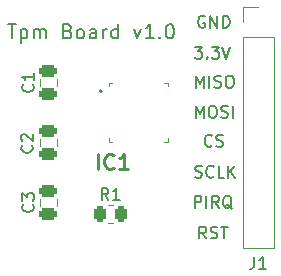
<source format=gto>
%TF.GenerationSoftware,KiCad,Pcbnew,(6.0.7)*%
%TF.CreationDate,2022-08-20T19:22:04-07:00*%
%TF.ProjectId,tpm_board,74706d5f-626f-4617-9264-2e6b69636164,rev?*%
%TF.SameCoordinates,Original*%
%TF.FileFunction,Legend,Top*%
%TF.FilePolarity,Positive*%
%FSLAX46Y46*%
G04 Gerber Fmt 4.6, Leading zero omitted, Abs format (unit mm)*
G04 Created by KiCad (PCBNEW (6.0.7)) date 2022-08-20 19:22:04*
%MOMM*%
%LPD*%
G01*
G04 APERTURE LIST*
G04 Aperture macros list*
%AMRoundRect*
0 Rectangle with rounded corners*
0 $1 Rounding radius*
0 $2 $3 $4 $5 $6 $7 $8 $9 X,Y pos of 4 corners*
0 Add a 4 corners polygon primitive as box body*
4,1,4,$2,$3,$4,$5,$6,$7,$8,$9,$2,$3,0*
0 Add four circle primitives for the rounded corners*
1,1,$1+$1,$2,$3*
1,1,$1+$1,$4,$5*
1,1,$1+$1,$6,$7*
1,1,$1+$1,$8,$9*
0 Add four rect primitives between the rounded corners*
20,1,$1+$1,$2,$3,$4,$5,0*
20,1,$1+$1,$4,$5,$6,$7,0*
20,1,$1+$1,$6,$7,$8,$9,0*
20,1,$1+$1,$8,$9,$2,$3,0*%
G04 Aperture macros list end*
%ADD10C,0.200000*%
%ADD11C,0.150000*%
%ADD12C,0.254000*%
%ADD13C,0.120000*%
%ADD14C,0.100000*%
%ADD15RoundRect,0.250000X-0.262500X-0.450000X0.262500X-0.450000X0.262500X0.450000X-0.262500X0.450000X0*%
%ADD16RoundRect,0.250000X-0.475000X0.250000X-0.475000X-0.250000X0.475000X-0.250000X0.475000X0.250000X0*%
%ADD17RoundRect,0.250000X0.475000X-0.250000X0.475000X0.250000X-0.475000X0.250000X-0.475000X-0.250000X0*%
%ADD18R,1.700000X1.700000*%
%ADD19O,1.700000X1.700000*%
%ADD20R,0.700000X0.250000*%
%ADD21R,0.250000X0.700000*%
%ADD22R,3.600000X3.600000*%
G04 APERTURE END LIST*
D10*
X56489285Y-62667857D02*
X57175000Y-62667857D01*
X56832142Y-63867857D02*
X56832142Y-62667857D01*
X57575000Y-63067857D02*
X57575000Y-64267857D01*
X57575000Y-63125000D02*
X57689285Y-63067857D01*
X57917857Y-63067857D01*
X58032142Y-63125000D01*
X58089285Y-63182142D01*
X58146428Y-63296428D01*
X58146428Y-63639285D01*
X58089285Y-63753571D01*
X58032142Y-63810714D01*
X57917857Y-63867857D01*
X57689285Y-63867857D01*
X57575000Y-63810714D01*
X58660714Y-63867857D02*
X58660714Y-63067857D01*
X58660714Y-63182142D02*
X58717857Y-63125000D01*
X58832142Y-63067857D01*
X59003571Y-63067857D01*
X59117857Y-63125000D01*
X59175000Y-63239285D01*
X59175000Y-63867857D01*
X59175000Y-63239285D02*
X59232142Y-63125000D01*
X59346428Y-63067857D01*
X59517857Y-63067857D01*
X59632142Y-63125000D01*
X59689285Y-63239285D01*
X59689285Y-63867857D01*
X61575000Y-63239285D02*
X61746428Y-63296428D01*
X61803571Y-63353571D01*
X61860714Y-63467857D01*
X61860714Y-63639285D01*
X61803571Y-63753571D01*
X61746428Y-63810714D01*
X61632142Y-63867857D01*
X61175000Y-63867857D01*
X61175000Y-62667857D01*
X61575000Y-62667857D01*
X61689285Y-62725000D01*
X61746428Y-62782142D01*
X61803571Y-62896428D01*
X61803571Y-63010714D01*
X61746428Y-63125000D01*
X61689285Y-63182142D01*
X61575000Y-63239285D01*
X61175000Y-63239285D01*
X62546428Y-63867857D02*
X62432142Y-63810714D01*
X62375000Y-63753571D01*
X62317857Y-63639285D01*
X62317857Y-63296428D01*
X62375000Y-63182142D01*
X62432142Y-63125000D01*
X62546428Y-63067857D01*
X62717857Y-63067857D01*
X62832142Y-63125000D01*
X62889285Y-63182142D01*
X62946428Y-63296428D01*
X62946428Y-63639285D01*
X62889285Y-63753571D01*
X62832142Y-63810714D01*
X62717857Y-63867857D01*
X62546428Y-63867857D01*
X63975000Y-63867857D02*
X63975000Y-63239285D01*
X63917857Y-63125000D01*
X63803571Y-63067857D01*
X63575000Y-63067857D01*
X63460714Y-63125000D01*
X63975000Y-63810714D02*
X63860714Y-63867857D01*
X63575000Y-63867857D01*
X63460714Y-63810714D01*
X63403571Y-63696428D01*
X63403571Y-63582142D01*
X63460714Y-63467857D01*
X63575000Y-63410714D01*
X63860714Y-63410714D01*
X63975000Y-63353571D01*
X64546428Y-63867857D02*
X64546428Y-63067857D01*
X64546428Y-63296428D02*
X64603571Y-63182142D01*
X64660714Y-63125000D01*
X64775000Y-63067857D01*
X64889285Y-63067857D01*
X65803571Y-63867857D02*
X65803571Y-62667857D01*
X65803571Y-63810714D02*
X65689285Y-63867857D01*
X65460714Y-63867857D01*
X65346428Y-63810714D01*
X65289285Y-63753571D01*
X65232142Y-63639285D01*
X65232142Y-63296428D01*
X65289285Y-63182142D01*
X65346428Y-63125000D01*
X65460714Y-63067857D01*
X65689285Y-63067857D01*
X65803571Y-63125000D01*
X67175000Y-63067857D02*
X67460714Y-63867857D01*
X67746428Y-63067857D01*
X68832142Y-63867857D02*
X68146428Y-63867857D01*
X68489285Y-63867857D02*
X68489285Y-62667857D01*
X68375000Y-62839285D01*
X68260714Y-62953571D01*
X68146428Y-63010714D01*
X69346428Y-63753571D02*
X69403571Y-63810714D01*
X69346428Y-63867857D01*
X69289285Y-63810714D01*
X69346428Y-63753571D01*
X69346428Y-63867857D01*
X70146428Y-62667857D02*
X70260714Y-62667857D01*
X70375000Y-62725000D01*
X70432142Y-62782142D01*
X70489285Y-62896428D01*
X70546428Y-63125000D01*
X70546428Y-63410714D01*
X70489285Y-63639285D01*
X70432142Y-63753571D01*
X70375000Y-63810714D01*
X70260714Y-63867857D01*
X70146428Y-63867857D01*
X70032142Y-63810714D01*
X69975000Y-63753571D01*
X69917857Y-63639285D01*
X69860714Y-63410714D01*
X69860714Y-63125000D01*
X69917857Y-62896428D01*
X69975000Y-62782142D01*
X70032142Y-62725000D01*
X70146428Y-62667857D01*
D11*
X72403571Y-68027380D02*
X72403571Y-67027380D01*
X72736904Y-67741666D01*
X73070238Y-67027380D01*
X73070238Y-68027380D01*
X73546428Y-68027380D02*
X73546428Y-67027380D01*
X73975000Y-67979761D02*
X74117857Y-68027380D01*
X74355952Y-68027380D01*
X74451190Y-67979761D01*
X74498809Y-67932142D01*
X74546428Y-67836904D01*
X74546428Y-67741666D01*
X74498809Y-67646428D01*
X74451190Y-67598809D01*
X74355952Y-67551190D01*
X74165476Y-67503571D01*
X74070238Y-67455952D01*
X74022619Y-67408333D01*
X73975000Y-67313095D01*
X73975000Y-67217857D01*
X74022619Y-67122619D01*
X74070238Y-67075000D01*
X74165476Y-67027380D01*
X74403571Y-67027380D01*
X74546428Y-67075000D01*
X75165476Y-67027380D02*
X75355952Y-67027380D01*
X75451190Y-67075000D01*
X75546428Y-67170238D01*
X75594047Y-67360714D01*
X75594047Y-67694047D01*
X75546428Y-67884523D01*
X75451190Y-67979761D01*
X75355952Y-68027380D01*
X75165476Y-68027380D01*
X75070238Y-67979761D01*
X74975000Y-67884523D01*
X74927380Y-67694047D01*
X74927380Y-67360714D01*
X74975000Y-67170238D01*
X75070238Y-67075000D01*
X75165476Y-67027380D01*
X73277380Y-80802380D02*
X72944047Y-80326190D01*
X72705952Y-80802380D02*
X72705952Y-79802380D01*
X73086904Y-79802380D01*
X73182142Y-79850000D01*
X73229761Y-79897619D01*
X73277380Y-79992857D01*
X73277380Y-80135714D01*
X73229761Y-80230952D01*
X73182142Y-80278571D01*
X73086904Y-80326190D01*
X72705952Y-80326190D01*
X73658333Y-80754761D02*
X73801190Y-80802380D01*
X74039285Y-80802380D01*
X74134523Y-80754761D01*
X74182142Y-80707142D01*
X74229761Y-80611904D01*
X74229761Y-80516666D01*
X74182142Y-80421428D01*
X74134523Y-80373809D01*
X74039285Y-80326190D01*
X73848809Y-80278571D01*
X73753571Y-80230952D01*
X73705952Y-80183333D01*
X73658333Y-80088095D01*
X73658333Y-79992857D01*
X73705952Y-79897619D01*
X73753571Y-79850000D01*
X73848809Y-79802380D01*
X74086904Y-79802380D01*
X74229761Y-79850000D01*
X74515476Y-79802380D02*
X75086904Y-79802380D01*
X74801190Y-80802380D02*
X74801190Y-79802380D01*
X73758333Y-72932142D02*
X73710714Y-72979761D01*
X73567857Y-73027380D01*
X73472619Y-73027380D01*
X73329761Y-72979761D01*
X73234523Y-72884523D01*
X73186904Y-72789285D01*
X73139285Y-72598809D01*
X73139285Y-72455952D01*
X73186904Y-72265476D01*
X73234523Y-72170238D01*
X73329761Y-72075000D01*
X73472619Y-72027380D01*
X73567857Y-72027380D01*
X73710714Y-72075000D01*
X73758333Y-72122619D01*
X74139285Y-72979761D02*
X74282142Y-73027380D01*
X74520238Y-73027380D01*
X74615476Y-72979761D01*
X74663095Y-72932142D01*
X74710714Y-72836904D01*
X74710714Y-72741666D01*
X74663095Y-72646428D01*
X74615476Y-72598809D01*
X74520238Y-72551190D01*
X74329761Y-72503571D01*
X74234523Y-72455952D01*
X74186904Y-72408333D01*
X74139285Y-72313095D01*
X74139285Y-72217857D01*
X74186904Y-72122619D01*
X74234523Y-72075000D01*
X74329761Y-72027380D01*
X74567857Y-72027380D01*
X74710714Y-72075000D01*
X72301190Y-78202380D02*
X72301190Y-77202380D01*
X72682142Y-77202380D01*
X72777380Y-77250000D01*
X72825000Y-77297619D01*
X72872619Y-77392857D01*
X72872619Y-77535714D01*
X72825000Y-77630952D01*
X72777380Y-77678571D01*
X72682142Y-77726190D01*
X72301190Y-77726190D01*
X73301190Y-78202380D02*
X73301190Y-77202380D01*
X74348809Y-78202380D02*
X74015476Y-77726190D01*
X73777380Y-78202380D02*
X73777380Y-77202380D01*
X74158333Y-77202380D01*
X74253571Y-77250000D01*
X74301190Y-77297619D01*
X74348809Y-77392857D01*
X74348809Y-77535714D01*
X74301190Y-77630952D01*
X74253571Y-77678571D01*
X74158333Y-77726190D01*
X73777380Y-77726190D01*
X75444047Y-78297619D02*
X75348809Y-78250000D01*
X75253571Y-78154761D01*
X75110714Y-78011904D01*
X75015476Y-77964285D01*
X74920238Y-77964285D01*
X74967857Y-78202380D02*
X74872619Y-78154761D01*
X74777380Y-78059523D01*
X74729761Y-77869047D01*
X74729761Y-77535714D01*
X74777380Y-77345238D01*
X74872619Y-77250000D01*
X74967857Y-77202380D01*
X75158333Y-77202380D01*
X75253571Y-77250000D01*
X75348809Y-77345238D01*
X75396428Y-77535714D01*
X75396428Y-77869047D01*
X75348809Y-78059523D01*
X75253571Y-78154761D01*
X75158333Y-78202380D01*
X74967857Y-78202380D01*
X72334523Y-75604761D02*
X72477380Y-75652380D01*
X72715476Y-75652380D01*
X72810714Y-75604761D01*
X72858333Y-75557142D01*
X72905952Y-75461904D01*
X72905952Y-75366666D01*
X72858333Y-75271428D01*
X72810714Y-75223809D01*
X72715476Y-75176190D01*
X72525000Y-75128571D01*
X72429761Y-75080952D01*
X72382142Y-75033333D01*
X72334523Y-74938095D01*
X72334523Y-74842857D01*
X72382142Y-74747619D01*
X72429761Y-74700000D01*
X72525000Y-74652380D01*
X72763095Y-74652380D01*
X72905952Y-74700000D01*
X73905952Y-75557142D02*
X73858333Y-75604761D01*
X73715476Y-75652380D01*
X73620238Y-75652380D01*
X73477380Y-75604761D01*
X73382142Y-75509523D01*
X73334523Y-75414285D01*
X73286904Y-75223809D01*
X73286904Y-75080952D01*
X73334523Y-74890476D01*
X73382142Y-74795238D01*
X73477380Y-74700000D01*
X73620238Y-74652380D01*
X73715476Y-74652380D01*
X73858333Y-74700000D01*
X73905952Y-74747619D01*
X74810714Y-75652380D02*
X74334523Y-75652380D01*
X74334523Y-74652380D01*
X75144047Y-75652380D02*
X75144047Y-74652380D01*
X75715476Y-75652380D02*
X75286904Y-75080952D01*
X75715476Y-74652380D02*
X75144047Y-75223809D01*
X73163095Y-62000000D02*
X73067857Y-61952380D01*
X72925000Y-61952380D01*
X72782142Y-62000000D01*
X72686904Y-62095238D01*
X72639285Y-62190476D01*
X72591666Y-62380952D01*
X72591666Y-62523809D01*
X72639285Y-62714285D01*
X72686904Y-62809523D01*
X72782142Y-62904761D01*
X72925000Y-62952380D01*
X73020238Y-62952380D01*
X73163095Y-62904761D01*
X73210714Y-62857142D01*
X73210714Y-62523809D01*
X73020238Y-62523809D01*
X73639285Y-62952380D02*
X73639285Y-61952380D01*
X74210714Y-62952380D01*
X74210714Y-61952380D01*
X74686904Y-62952380D02*
X74686904Y-61952380D01*
X74925000Y-61952380D01*
X75067857Y-62000000D01*
X75163095Y-62095238D01*
X75210714Y-62190476D01*
X75258333Y-62380952D01*
X75258333Y-62523809D01*
X75210714Y-62714285D01*
X75163095Y-62809523D01*
X75067857Y-62904761D01*
X74925000Y-62952380D01*
X74686904Y-62952380D01*
X72403571Y-70577380D02*
X72403571Y-69577380D01*
X72736904Y-70291666D01*
X73070238Y-69577380D01*
X73070238Y-70577380D01*
X73736904Y-69577380D02*
X73927380Y-69577380D01*
X74022619Y-69625000D01*
X74117857Y-69720238D01*
X74165476Y-69910714D01*
X74165476Y-70244047D01*
X74117857Y-70434523D01*
X74022619Y-70529761D01*
X73927380Y-70577380D01*
X73736904Y-70577380D01*
X73641666Y-70529761D01*
X73546428Y-70434523D01*
X73498809Y-70244047D01*
X73498809Y-69910714D01*
X73546428Y-69720238D01*
X73641666Y-69625000D01*
X73736904Y-69577380D01*
X74546428Y-70529761D02*
X74689285Y-70577380D01*
X74927380Y-70577380D01*
X75022619Y-70529761D01*
X75070238Y-70482142D01*
X75117857Y-70386904D01*
X75117857Y-70291666D01*
X75070238Y-70196428D01*
X75022619Y-70148809D01*
X74927380Y-70101190D01*
X74736904Y-70053571D01*
X74641666Y-70005952D01*
X74594047Y-69958333D01*
X74546428Y-69863095D01*
X74546428Y-69767857D01*
X74594047Y-69672619D01*
X74641666Y-69625000D01*
X74736904Y-69577380D01*
X74975000Y-69577380D01*
X75117857Y-69625000D01*
X75546428Y-70577380D02*
X75546428Y-69577380D01*
X72323809Y-64577380D02*
X72942857Y-64577380D01*
X72609523Y-64958333D01*
X72752380Y-64958333D01*
X72847619Y-65005952D01*
X72895238Y-65053571D01*
X72942857Y-65148809D01*
X72942857Y-65386904D01*
X72895238Y-65482142D01*
X72847619Y-65529761D01*
X72752380Y-65577380D01*
X72466666Y-65577380D01*
X72371428Y-65529761D01*
X72323809Y-65482142D01*
X73371428Y-65482142D02*
X73419047Y-65529761D01*
X73371428Y-65577380D01*
X73323809Y-65529761D01*
X73371428Y-65482142D01*
X73371428Y-65577380D01*
X73752380Y-64577380D02*
X74371428Y-64577380D01*
X74038095Y-64958333D01*
X74180952Y-64958333D01*
X74276190Y-65005952D01*
X74323809Y-65053571D01*
X74371428Y-65148809D01*
X74371428Y-65386904D01*
X74323809Y-65482142D01*
X74276190Y-65529761D01*
X74180952Y-65577380D01*
X73895238Y-65577380D01*
X73800000Y-65529761D01*
X73752380Y-65482142D01*
X74657142Y-64577380D02*
X74990476Y-65577380D01*
X75323809Y-64577380D01*
%TO.C,R1*%
X65005049Y-77539438D02*
X64671716Y-77063248D01*
X64433620Y-77539438D02*
X64433620Y-76539438D01*
X64814573Y-76539438D01*
X64909811Y-76587058D01*
X64957430Y-76634677D01*
X65005049Y-76729915D01*
X65005049Y-76872772D01*
X64957430Y-76968010D01*
X64909811Y-77015629D01*
X64814573Y-77063248D01*
X64433620Y-77063248D01*
X65957430Y-77539438D02*
X65386001Y-77539438D01*
X65671716Y-77539438D02*
X65671716Y-76539438D01*
X65576477Y-76682296D01*
X65481239Y-76777534D01*
X65386001Y-76825153D01*
%TO.C,C2*%
X58507142Y-72916666D02*
X58554761Y-72964285D01*
X58602380Y-73107142D01*
X58602380Y-73202380D01*
X58554761Y-73345238D01*
X58459523Y-73440476D01*
X58364285Y-73488095D01*
X58173809Y-73535714D01*
X58030952Y-73535714D01*
X57840476Y-73488095D01*
X57745238Y-73440476D01*
X57650000Y-73345238D01*
X57602380Y-73202380D01*
X57602380Y-73107142D01*
X57650000Y-72964285D01*
X57697619Y-72916666D01*
X57697619Y-72535714D02*
X57650000Y-72488095D01*
X57602380Y-72392857D01*
X57602380Y-72154761D01*
X57650000Y-72059523D01*
X57697619Y-72011904D01*
X57792857Y-71964285D01*
X57888095Y-71964285D01*
X58030952Y-72011904D01*
X58602380Y-72583333D01*
X58602380Y-71964285D01*
%TO.C,C1*%
X58597142Y-67766666D02*
X58644761Y-67814285D01*
X58692380Y-67957142D01*
X58692380Y-68052380D01*
X58644761Y-68195238D01*
X58549523Y-68290476D01*
X58454285Y-68338095D01*
X58263809Y-68385714D01*
X58120952Y-68385714D01*
X57930476Y-68338095D01*
X57835238Y-68290476D01*
X57740000Y-68195238D01*
X57692380Y-68052380D01*
X57692380Y-67957142D01*
X57740000Y-67814285D01*
X57787619Y-67766666D01*
X58692380Y-66814285D02*
X58692380Y-67385714D01*
X58692380Y-67100000D02*
X57692380Y-67100000D01*
X57835238Y-67195238D01*
X57930476Y-67290476D01*
X57978095Y-67385714D01*
%TO.C,C3*%
X58597142Y-77926666D02*
X58644761Y-77974285D01*
X58692380Y-78117142D01*
X58692380Y-78212380D01*
X58644761Y-78355238D01*
X58549523Y-78450476D01*
X58454285Y-78498095D01*
X58263809Y-78545714D01*
X58120952Y-78545714D01*
X57930476Y-78498095D01*
X57835238Y-78450476D01*
X57740000Y-78355238D01*
X57692380Y-78212380D01*
X57692380Y-78117142D01*
X57740000Y-77974285D01*
X57787619Y-77926666D01*
X57692380Y-77593333D02*
X57692380Y-76974285D01*
X58073333Y-77307619D01*
X58073333Y-77164761D01*
X58120952Y-77069523D01*
X58168571Y-77021904D01*
X58263809Y-76974285D01*
X58501904Y-76974285D01*
X58597142Y-77021904D01*
X58644761Y-77069523D01*
X58692380Y-77164761D01*
X58692380Y-77450476D01*
X58644761Y-77545714D01*
X58597142Y-77593333D01*
%TO.C,J1*%
X77341666Y-82352380D02*
X77341666Y-83066666D01*
X77294047Y-83209523D01*
X77198809Y-83304761D01*
X77055952Y-83352380D01*
X76960714Y-83352380D01*
X78341666Y-83352380D02*
X77770238Y-83352380D01*
X78055952Y-83352380D02*
X78055952Y-82352380D01*
X77960714Y-82495238D01*
X77865476Y-82590476D01*
X77770238Y-82638095D01*
D12*
%TO.C,IC1*%
X64110238Y-74924523D02*
X64110238Y-73654523D01*
X65440714Y-74803571D02*
X65380238Y-74864047D01*
X65198809Y-74924523D01*
X65077857Y-74924523D01*
X64896428Y-74864047D01*
X64775476Y-74743095D01*
X64715000Y-74622142D01*
X64654523Y-74380238D01*
X64654523Y-74198809D01*
X64715000Y-73956904D01*
X64775476Y-73835952D01*
X64896428Y-73715000D01*
X65077857Y-73654523D01*
X65198809Y-73654523D01*
X65380238Y-73715000D01*
X65440714Y-73775476D01*
X66650238Y-74924523D02*
X65924523Y-74924523D01*
X66287380Y-74924523D02*
X66287380Y-73654523D01*
X66166428Y-73835952D01*
X66045476Y-73956904D01*
X65924523Y-74017380D01*
D13*
%TO.C,R1*%
X64944652Y-78002058D02*
X65398780Y-78002058D01*
X64944652Y-79472058D02*
X65398780Y-79472058D01*
%TO.C,C2*%
X60655000Y-72418748D02*
X60655000Y-72941252D01*
X59185000Y-72418748D02*
X59185000Y-72941252D01*
%TO.C,C1*%
X60655000Y-67861252D02*
X60655000Y-67338748D01*
X59185000Y-67861252D02*
X59185000Y-67338748D01*
%TO.C,C3*%
X59185000Y-78021252D02*
X59185000Y-77498748D01*
X60655000Y-78021252D02*
X60655000Y-77498748D01*
%TO.C,J1*%
X76370000Y-61190000D02*
X77700000Y-61190000D01*
X76370000Y-63790000D02*
X79030000Y-63790000D01*
X76370000Y-62520000D02*
X76370000Y-61190000D01*
X76370000Y-81630000D02*
X79030000Y-81630000D01*
X76370000Y-63790000D02*
X76370000Y-81630000D01*
X79030000Y-63790000D02*
X79030000Y-81630000D01*
D14*
%TO.C,IC1*%
X70040000Y-67640000D02*
X70040000Y-67940000D01*
X70040000Y-72640000D02*
X70040000Y-72340000D01*
X65340000Y-67640000D02*
X65040000Y-67640000D01*
X65040000Y-72340000D02*
X65040000Y-72640000D01*
X65040000Y-72640000D02*
X65340000Y-72640000D01*
D10*
X64340000Y-68240000D02*
X64340000Y-68240000D01*
X64340000Y-68440000D02*
X64340000Y-68440000D01*
D14*
X69740000Y-67640000D02*
X70040000Y-67640000D01*
X65040000Y-67640000D02*
X65040000Y-67940000D01*
X69740000Y-72640000D02*
X70040000Y-72640000D01*
D10*
X64340000Y-68240000D02*
G75*
G03*
X64340000Y-68440000I0J-100000D01*
G01*
X64340000Y-68440000D02*
G75*
G03*
X64340000Y-68240000I0J100000D01*
G01*
%TD*%
%LPC*%
D15*
%TO.C,R1*%
X64259216Y-78737058D03*
X66084216Y-78737058D03*
%TD*%
D16*
%TO.C,C2*%
X59920000Y-71730000D03*
X59920000Y-73630000D03*
%TD*%
D17*
%TO.C,C1*%
X59920000Y-68550000D03*
X59920000Y-66650000D03*
%TD*%
%TO.C,C3*%
X59920000Y-78710000D03*
X59920000Y-76810000D03*
%TD*%
D18*
%TO.C,J1*%
X77700000Y-62520000D03*
D19*
X77700000Y-65060000D03*
X77700000Y-67600000D03*
X77700000Y-70140000D03*
X77700000Y-72680000D03*
X77700000Y-75220000D03*
X77700000Y-77760000D03*
X77700000Y-80300000D03*
%TD*%
D20*
%TO.C,IC1*%
X65140000Y-68390000D03*
X65140000Y-68890000D03*
X65140000Y-69390000D03*
X65140000Y-69890000D03*
X65140000Y-70390000D03*
X65140000Y-70890000D03*
X65140000Y-71390000D03*
X65140000Y-71890000D03*
D21*
X65790000Y-72540000D03*
X66290000Y-72540000D03*
X66790000Y-72540000D03*
X67290000Y-72540000D03*
X67790000Y-72540000D03*
X68290000Y-72540000D03*
X68790000Y-72540000D03*
X69290000Y-72540000D03*
D20*
X69940000Y-71890000D03*
X69940000Y-71390000D03*
X69940000Y-70890000D03*
X69940000Y-70390000D03*
X69940000Y-69890000D03*
X69940000Y-69390000D03*
X69940000Y-68890000D03*
X69940000Y-68390000D03*
D21*
X69290000Y-67740000D03*
X68790000Y-67740000D03*
X68290000Y-67740000D03*
X67790000Y-67740000D03*
X67290000Y-67740000D03*
X66790000Y-67740000D03*
X66290000Y-67740000D03*
X65790000Y-67740000D03*
D22*
X67540000Y-70140000D03*
%TD*%
M02*

</source>
